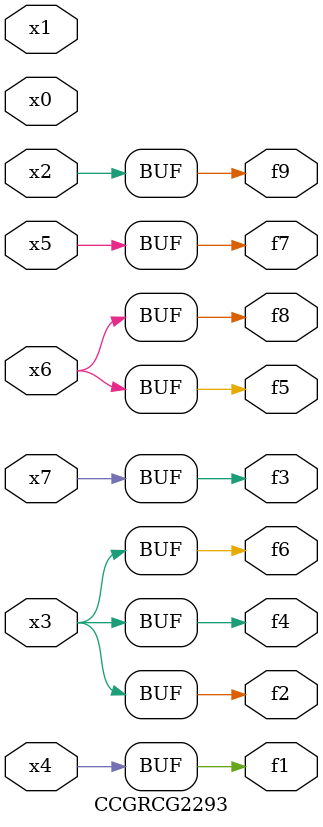
<source format=v>
module CCGRCG2293(
	input x0, x1, x2, x3, x4, x5, x6, x7,
	output f1, f2, f3, f4, f5, f6, f7, f8, f9
);
	assign f1 = x4;
	assign f2 = x3;
	assign f3 = x7;
	assign f4 = x3;
	assign f5 = x6;
	assign f6 = x3;
	assign f7 = x5;
	assign f8 = x6;
	assign f9 = x2;
endmodule

</source>
